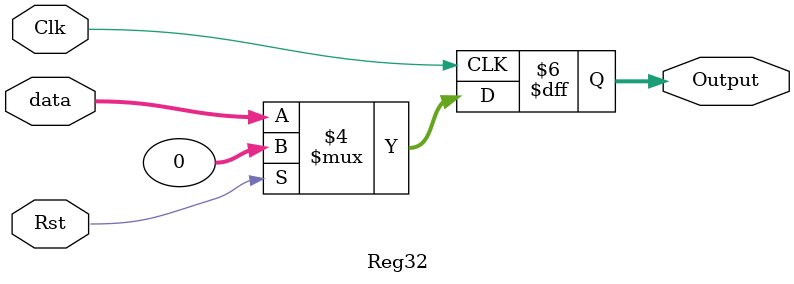
<source format=v>
`timescale 1ns / 1ps
module Reg32(Clk, Rst, data, Output);

    input Clk, Rst;
    input [31:0] data;
    
    output reg [31:0] Output = 0;
    
    always @(posedge Clk) begin
        if(Rst)
            Output <= 0;
        else
            Output <= data;
    end
    


endmodule

</source>
